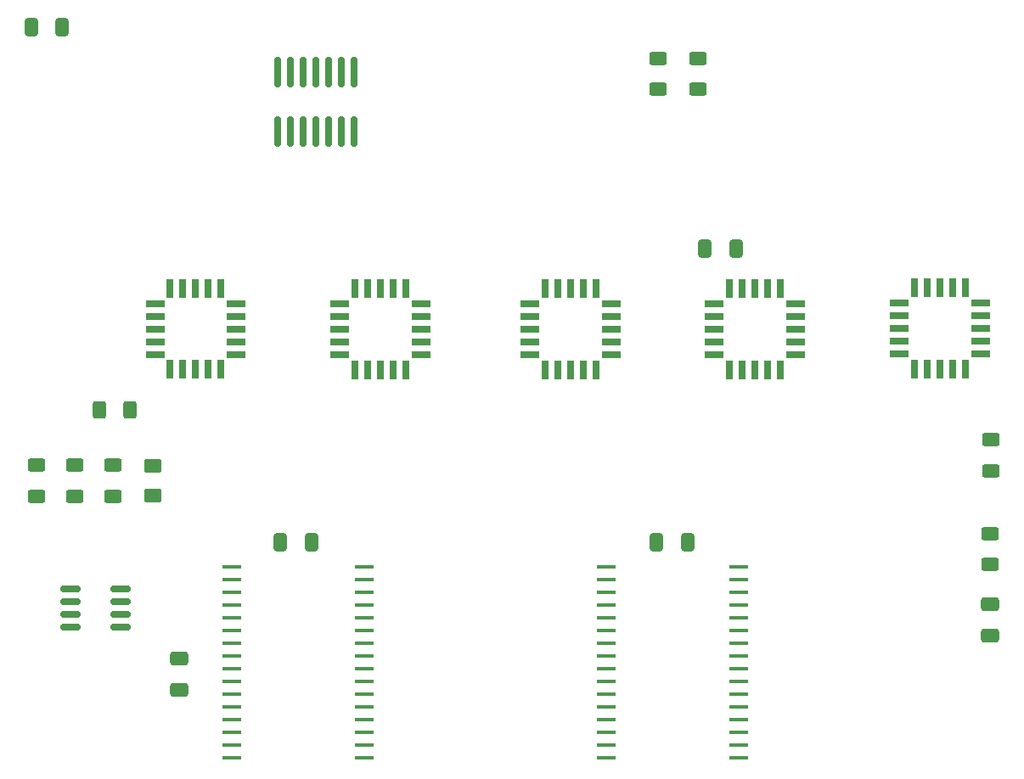
<source format=gbr>
%TF.GenerationSoftware,KiCad,Pcbnew,8.0.3*%
%TF.CreationDate,2025-02-20T16:42:35+01:00*%
%TF.ProjectId,DeMoN-Flash,44654d6f-4e2d-4466-9c61-73682e6b6963,rev?*%
%TF.SameCoordinates,Original*%
%TF.FileFunction,Paste,Top*%
%TF.FilePolarity,Positive*%
%FSLAX46Y46*%
G04 Gerber Fmt 4.6, Leading zero omitted, Abs format (unit mm)*
G04 Created by KiCad (PCBNEW 8.0.3) date 2025-02-20 16:42:35*
%MOMM*%
%LPD*%
G01*
G04 APERTURE LIST*
G04 Aperture macros list*
%AMRoundRect*
0 Rectangle with rounded corners*
0 $1 Rounding radius*
0 $2 $3 $4 $5 $6 $7 $8 $9 X,Y pos of 4 corners*
0 Add a 4 corners polygon primitive as box body*
4,1,4,$2,$3,$4,$5,$6,$7,$8,$9,$2,$3,0*
0 Add four circle primitives for the rounded corners*
1,1,$1+$1,$2,$3*
1,1,$1+$1,$4,$5*
1,1,$1+$1,$6,$7*
1,1,$1+$1,$8,$9*
0 Add four rect primitives between the rounded corners*
20,1,$1+$1,$2,$3,$4,$5,0*
20,1,$1+$1,$4,$5,$6,$7,0*
20,1,$1+$1,$6,$7,$8,$9,0*
20,1,$1+$1,$8,$9,$2,$3,0*%
G04 Aperture macros list end*
%ADD10RoundRect,0.250000X0.412500X0.650000X-0.412500X0.650000X-0.412500X-0.650000X0.412500X-0.650000X0*%
%ADD11R,0.700000X1.925000*%
%ADD12R,1.925000X0.700000*%
%ADD13R,1.981000X0.457000*%
%ADD14RoundRect,0.250000X-0.625000X0.400000X-0.625000X-0.400000X0.625000X-0.400000X0.625000X0.400000X0*%
%ADD15RoundRect,0.250000X-0.650000X0.412500X-0.650000X-0.412500X0.650000X-0.412500X0.650000X0.412500X0*%
%ADD16RoundRect,0.150000X-0.150000X1.350000X-0.150000X-1.350000X0.150000X-1.350000X0.150000X1.350000X0*%
%ADD17RoundRect,0.150000X-0.825000X-0.150000X0.825000X-0.150000X0.825000X0.150000X-0.825000X0.150000X0*%
%ADD18RoundRect,0.250001X0.624999X-0.462499X0.624999X0.462499X-0.624999X0.462499X-0.624999X-0.462499X0*%
%ADD19RoundRect,0.250000X-0.400000X-0.625000X0.400000X-0.625000X0.400000X0.625000X-0.400000X0.625000X0*%
G04 APERTURE END LIST*
D10*
%TO.C,C8*%
X115590900Y-100000000D03*
X112465900Y-100000000D03*
%TD*%
%TO.C,C7*%
X153100900Y-100000000D03*
X149975900Y-100000000D03*
%TD*%
D11*
%TO.C,U4*%
X122400000Y-74697500D03*
X121130000Y-74697500D03*
X119860000Y-74697500D03*
D12*
X118347500Y-76210000D03*
X118347500Y-77480000D03*
X118347500Y-78750000D03*
X118347500Y-80020000D03*
X118347500Y-81290000D03*
D11*
X119860000Y-82802500D03*
X121130000Y-82802500D03*
X122400000Y-82802500D03*
X123670000Y-82802500D03*
X124940000Y-82802500D03*
D12*
X126452500Y-81290000D03*
X126452500Y-80020000D03*
X126452500Y-78750000D03*
X126452500Y-77480000D03*
X126452500Y-76210000D03*
D11*
X124940000Y-74697500D03*
X123670000Y-74697500D03*
%TD*%
D13*
%TO.C,U8*%
X144944400Y-102475000D03*
X144944400Y-103745000D03*
X144944400Y-105015000D03*
X144944400Y-106285000D03*
X144944400Y-107555000D03*
X144944400Y-108825000D03*
X144944400Y-110095000D03*
X144944400Y-111365000D03*
X144944400Y-112635000D03*
X144944400Y-113905000D03*
X144944400Y-115175000D03*
X144944400Y-116445000D03*
X144944400Y-117715000D03*
X144944400Y-118985000D03*
X144944400Y-120255000D03*
X144944400Y-121525000D03*
X158172400Y-121525000D03*
X158172400Y-120255000D03*
X158172400Y-118985000D03*
X158172400Y-117715000D03*
X158172400Y-116445000D03*
X158172400Y-115175000D03*
X158172400Y-113905000D03*
X158172400Y-112635000D03*
X158172400Y-111365000D03*
X158172400Y-110095000D03*
X158172400Y-108825000D03*
X158172400Y-107555000D03*
X158172400Y-106285000D03*
X158172400Y-105015000D03*
X158172400Y-103745000D03*
X158172400Y-102475000D03*
%TD*%
D14*
%TO.C,R3*%
X183300000Y-89750000D03*
X183300000Y-92850000D03*
%TD*%
D15*
%TO.C,C2*%
X102400000Y-111587500D03*
X102400000Y-114712500D03*
%TD*%
D14*
%TO.C,R1*%
X154050000Y-51700000D03*
X154050000Y-54800000D03*
%TD*%
D10*
%TO.C,C4*%
X157912500Y-70650000D03*
X154787500Y-70650000D03*
%TD*%
D14*
%TO.C,R6*%
X91950000Y-92300000D03*
X91950000Y-95400000D03*
%TD*%
D11*
%TO.C,U3*%
X141400000Y-74697500D03*
X140130000Y-74697500D03*
X138860000Y-74697500D03*
D12*
X137347500Y-76210000D03*
X137347500Y-77480000D03*
X137347500Y-78750000D03*
X137347500Y-80020000D03*
X137347500Y-81290000D03*
D11*
X138860000Y-82802500D03*
X140130000Y-82802500D03*
X141400000Y-82802500D03*
X142670000Y-82802500D03*
X143940000Y-82802500D03*
D12*
X145452500Y-81290000D03*
X145452500Y-80020000D03*
X145452500Y-78750000D03*
X145452500Y-77480000D03*
X145452500Y-76210000D03*
D11*
X143940000Y-74697500D03*
X142670000Y-74697500D03*
%TD*%
D13*
%TO.C,U10*%
X107594400Y-102475000D03*
X107594400Y-103745000D03*
X107594400Y-105015000D03*
X107594400Y-106285000D03*
X107594400Y-107555000D03*
X107594400Y-108825000D03*
X107594400Y-110095000D03*
X107594400Y-111365000D03*
X107594400Y-112635000D03*
X107594400Y-113905000D03*
X107594400Y-115175000D03*
X107594400Y-116445000D03*
X107594400Y-117715000D03*
X107594400Y-118985000D03*
X107594400Y-120255000D03*
X107594400Y-121525000D03*
X120822400Y-121525000D03*
X120822400Y-120255000D03*
X120822400Y-118985000D03*
X120822400Y-117715000D03*
X120822400Y-116445000D03*
X120822400Y-115175000D03*
X120822400Y-113905000D03*
X120822400Y-112635000D03*
X120822400Y-111365000D03*
X120822400Y-110095000D03*
X120822400Y-108825000D03*
X120822400Y-107555000D03*
X120822400Y-106285000D03*
X120822400Y-105015000D03*
X120822400Y-103745000D03*
X120822400Y-102475000D03*
%TD*%
D11*
%TO.C,U1*%
X178200000Y-74597500D03*
X176930000Y-74597500D03*
X175660000Y-74597500D03*
D12*
X174147500Y-76110000D03*
X174147500Y-77380000D03*
X174147500Y-78650000D03*
X174147500Y-79920000D03*
X174147500Y-81190000D03*
D11*
X175660000Y-82702500D03*
X176930000Y-82702500D03*
X178200000Y-82702500D03*
X179470000Y-82702500D03*
X180740000Y-82702500D03*
D12*
X182252500Y-81190000D03*
X182252500Y-79920000D03*
X182252500Y-78650000D03*
X182252500Y-77380000D03*
X182252500Y-76110000D03*
D11*
X180740000Y-74597500D03*
X179470000Y-74597500D03*
%TD*%
%TO.C,U5*%
X104000000Y-74647500D03*
X102730000Y-74647500D03*
X101460000Y-74647500D03*
D12*
X99947500Y-76160000D03*
X99947500Y-77430000D03*
X99947500Y-78700000D03*
X99947500Y-79970000D03*
X99947500Y-81240000D03*
D11*
X101460000Y-82752500D03*
X102730000Y-82752500D03*
X104000000Y-82752500D03*
X105270000Y-82752500D03*
X106540000Y-82752500D03*
D12*
X108052500Y-81240000D03*
X108052500Y-79970000D03*
X108052500Y-78700000D03*
X108052500Y-77430000D03*
X108052500Y-76160000D03*
D11*
X106540000Y-74647500D03*
X105270000Y-74647500D03*
%TD*%
D15*
%TO.C,C3*%
X183200000Y-106137500D03*
X183200000Y-109262500D03*
%TD*%
D16*
%TO.C,U6*%
X119760000Y-53100000D03*
X118490000Y-53100000D03*
X117220000Y-53100000D03*
X115950000Y-53100000D03*
X114680000Y-53100000D03*
X113410000Y-53100000D03*
X112140000Y-53100000D03*
X112140000Y-59000000D03*
X113410000Y-59000000D03*
X114680000Y-59000000D03*
X115950000Y-59000000D03*
X117220000Y-59000000D03*
X118490000Y-59000000D03*
X119760000Y-59000000D03*
%TD*%
D17*
%TO.C,U11*%
X91525000Y-104645000D03*
X91525000Y-105915000D03*
X91525000Y-107185000D03*
X91525000Y-108455000D03*
X96475000Y-108455000D03*
X96475000Y-107185000D03*
X96475000Y-105915000D03*
X96475000Y-104645000D03*
%TD*%
D14*
%TO.C,R7*%
X88100000Y-92300000D03*
X88100000Y-95400000D03*
%TD*%
D18*
%TO.C,D3*%
X99700000Y-95337500D03*
X99700000Y-92362500D03*
%TD*%
D14*
%TO.C,R4*%
X183200000Y-99100000D03*
X183200000Y-102200000D03*
%TD*%
%TO.C,R2*%
X150150000Y-51700000D03*
X150150000Y-54800000D03*
%TD*%
D19*
%TO.C,R8*%
X94383400Y-86817200D03*
X97483400Y-86817200D03*
%TD*%
D11*
%TO.C,U2*%
X159750000Y-74697500D03*
X158480000Y-74697500D03*
X157210000Y-74697500D03*
D12*
X155697500Y-76210000D03*
X155697500Y-77480000D03*
X155697500Y-78750000D03*
X155697500Y-80020000D03*
X155697500Y-81290000D03*
D11*
X157210000Y-82802500D03*
X158480000Y-82802500D03*
X159750000Y-82802500D03*
X161020000Y-82802500D03*
X162290000Y-82802500D03*
D12*
X163802500Y-81290000D03*
X163802500Y-80020000D03*
X163802500Y-78750000D03*
X163802500Y-77480000D03*
X163802500Y-76210000D03*
D11*
X162290000Y-74697500D03*
X161020000Y-74697500D03*
%TD*%
D10*
%TO.C,C5*%
X90712500Y-48600000D03*
X87587500Y-48600000D03*
%TD*%
D14*
%TO.C,R5*%
X95750000Y-92300000D03*
X95750000Y-95400000D03*
%TD*%
M02*

</source>
